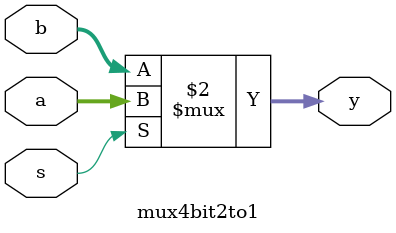
<source format=v>
module mux4bit2to1(
    input [3:0] a,
    input [3:0] b,
    input s,
    output [3:0]y 
);

    
    assign y = s==1 ? a : b;
   

    

endmodule
</source>
